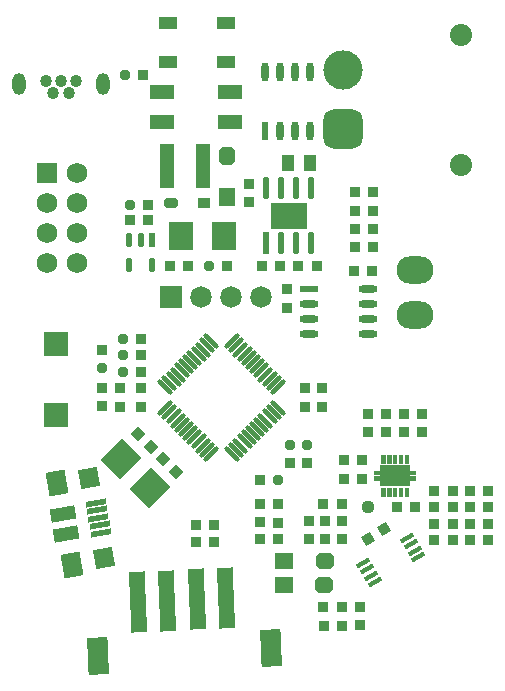
<source format=gts>
G04*
G04 #@! TF.GenerationSoftware,Altium Limited,Altium Designer,22.0.2 (36)*
G04*
G04 Layer_Color=8388736*
%FSLAX25Y25*%
%MOIN*%
G70*
G04*
G04 #@! TF.SameCoordinates,5891F61C-6817-4B1F-B1E3-DF0E04F861FB*
G04*
G04*
G04 #@! TF.FilePolarity,Negative*
G04*
G01*
G75*
G04:AMPARAMS|DCode=27|XSize=49.38mil|YSize=20.95mil|CornerRadius=10.48mil|HoleSize=0mil|Usage=FLASHONLY|Rotation=270.000|XOffset=0mil|YOffset=0mil|HoleType=Round|Shape=RoundedRectangle|*
%AMROUNDEDRECTD27*
21,1,0.04938,0.00000,0,0,270.0*
21,1,0.02843,0.02095,0,0,270.0*
1,1,0.02095,0.00000,-0.01422*
1,1,0.02095,0.00000,0.01422*
1,1,0.02095,0.00000,0.01422*
1,1,0.02095,0.00000,-0.01422*
%
%ADD27ROUNDEDRECTD27*%
%ADD28R,0.02095X0.04938*%
%ADD36R,0.02134X0.07378*%
G04:AMPARAMS|DCode=37|XSize=73.78mil|YSize=21.34mil|CornerRadius=10.67mil|HoleSize=0mil|Usage=FLASHONLY|Rotation=90.000|XOffset=0mil|YOffset=0mil|HoleType=Round|Shape=RoundedRectangle|*
%AMROUNDEDRECTD37*
21,1,0.07378,0.00000,0,0,90.0*
21,1,0.05244,0.02134,0,0,90.0*
1,1,0.02134,0.00000,0.02622*
1,1,0.02134,0.00000,-0.02622*
1,1,0.02134,0.00000,-0.02622*
1,1,0.02134,0.00000,0.02622*
%
%ADD37ROUNDEDRECTD37*%
G04:AMPARAMS|DCode=40|XSize=48mil|YSize=15mil|CornerRadius=0mil|HoleSize=0mil|Usage=FLASHONLY|Rotation=30.000|XOffset=0mil|YOffset=0mil|HoleType=Round|Shape=Rectangle|*
%AMROTATEDRECTD40*
4,1,4,-0.01704,-0.01850,-0.02454,-0.00551,0.01704,0.01850,0.02454,0.00551,-0.01704,-0.01850,0.0*
%
%ADD40ROTATEDRECTD40*%

%ADD57R,0.06406X0.04043*%
%ADD58R,0.03500X0.03500*%
%ADD59R,0.03500X0.03500*%
%ADD60O,0.06406X0.02468*%
%ADD61R,0.06406X0.02468*%
G04:AMPARAMS|DCode=62|XSize=14.84mil|YSize=66.02mil|CornerRadius=0mil|HoleSize=0mil|Usage=FLASHONLY|Rotation=135.000|XOffset=0mil|YOffset=0mil|HoleType=Round|Shape=Round|*
%AMOVALD62*
21,1,0.05118,0.01484,0.00000,0.00000,225.0*
1,1,0.01484,0.01810,0.01810*
1,1,0.01484,-0.01810,-0.01810*
%
%ADD62OVALD62*%

G04:AMPARAMS|DCode=63|XSize=14.84mil|YSize=66.02mil|CornerRadius=0mil|HoleSize=0mil|Usage=FLASHONLY|Rotation=45.000|XOffset=0mil|YOffset=0mil|HoleType=Round|Shape=Round|*
%AMOVALD63*
21,1,0.05118,0.01484,0.00000,0.00000,135.0*
1,1,0.01484,0.01810,-0.01810*
1,1,0.01484,-0.01810,0.01810*
%
%ADD63OVALD63*%

%ADD64R,0.04831X0.15067*%
%ADD65R,0.04437X0.03650*%
G04:AMPARAMS|DCode=66|XSize=44.37mil|YSize=36.5mil|CornerRadius=0mil|HoleSize=0mil|Usage=FLASHONLY|Rotation=180.000|XOffset=0mil|YOffset=0mil|HoleType=Round|Shape=Octagon|*
%AMOCTAGOND66*
4,1,8,-0.02219,0.00912,-0.02219,-0.00912,-0.01306,-0.01825,0.01306,-0.01825,0.02219,-0.00912,0.02219,0.00912,0.01306,0.01825,-0.01306,0.01825,-0.02219,0.00912,0.0*
%
%ADD66OCTAGOND66*%

%ADD67R,0.08000X0.09500*%
%ADD68R,0.04000X0.05500*%
%ADD69R,0.05500X0.06000*%
G04:AMPARAMS|DCode=70|XSize=60mil|YSize=55mil|CornerRadius=0mil|HoleSize=0mil|Usage=FLASHONLY|Rotation=90.000|XOffset=0mil|YOffset=0mil|HoleType=Round|Shape=Octagon|*
%AMOCTAGOND70*
4,1,8,0.01375,0.03000,-0.01375,0.03000,-0.02750,0.01625,-0.02750,-0.01625,-0.01375,-0.03000,0.01375,-0.03000,0.02750,-0.01625,0.02750,0.01625,0.01375,0.03000,0.0*
%
%ADD70OCTAGOND70*%

%ADD71R,0.12205X0.09055*%
%ADD72O,0.02468X0.06406*%
%ADD73R,0.02468X0.06406*%
G04:AMPARAMS|DCode=74|XSize=67.99mil|YSize=123.11mil|CornerRadius=0mil|HoleSize=0mil|Usage=FLASHONLY|Rotation=2.500|XOffset=0mil|YOffset=0mil|HoleType=Round|Shape=Rectangle|*
%AMROTATEDRECTD74*
4,1,4,-0.03128,-0.06298,-0.03665,0.06001,0.03128,0.06298,0.03665,-0.06001,-0.03128,-0.06298,0.0*
%
%ADD74ROTATEDRECTD74*%

G04:AMPARAMS|DCode=75|XSize=52.24mil|YSize=201.85mil|CornerRadius=0mil|HoleSize=0mil|Usage=FLASHONLY|Rotation=182.500|XOffset=0mil|YOffset=0mil|HoleType=Round|Shape=Rectangle|*
%AMROTATEDRECTD75*
4,1,4,0.02169,0.10197,0.03050,-0.09969,-0.02169,-0.10197,-0.03050,0.09969,0.02169,0.10197,0.0*
%
%ADD75ROTATEDRECTD75*%

%ADD76R,0.07980X0.04516*%
%ADD77C,0.04437*%
G04:AMPARAMS|DCode=78|XSize=44.37mil|YSize=83.74mil|CornerRadius=0mil|HoleSize=0mil|Usage=FLASHONLY|Rotation=280.000|XOffset=0mil|YOffset=0mil|HoleType=Round|Shape=Rectangle|*
%AMROTATEDRECTD78*
4,1,4,-0.04509,0.01458,0.03738,0.02912,0.04509,-0.01458,-0.03738,-0.02912,-0.04509,0.01458,0.0*
%
%ADD78ROTATEDRECTD78*%

%ADD79P,0.09059X4X55.0*%
G04:AMPARAMS|DCode=80|XSize=64.06mil|YSize=79.8mil|CornerRadius=0mil|HoleSize=0mil|Usage=FLASHONLY|Rotation=10.000|XOffset=0mil|YOffset=0mil|HoleType=Round|Shape=Rectangle|*
%AMROTATEDRECTD80*
4,1,4,-0.02461,-0.04486,-0.03847,0.03373,0.02461,0.04486,0.03847,-0.03373,-0.02461,-0.04486,0.0*
%
%ADD80ROTATEDRECTD80*%

G04:AMPARAMS|DCode=81|XSize=18.78mil|YSize=67.99mil|CornerRadius=0mil|HoleSize=0mil|Usage=FLASHONLY|Rotation=100.000|XOffset=0mil|YOffset=0mil|HoleType=Round|Shape=Rectangle|*
%AMROTATEDRECTD81*
4,1,4,0.03511,-0.00334,-0.03185,-0.01515,-0.03511,0.00334,0.03185,0.01515,0.03511,-0.00334,0.0*
%
%ADD81ROTATEDRECTD81*%

%ADD82P,0.03788X8X112.5*%
%ADD83P,0.04950X4X360.0*%
%ADD84P,0.03788X8X22.5*%
%ADD85R,0.08374X0.08374*%
G04:AMPARAMS|DCode=86|XSize=99.49mil|YSize=91.61mil|CornerRadius=0mil|HoleSize=0mil|Usage=FLASHONLY|Rotation=225.000|XOffset=0mil|YOffset=0mil|HoleType=Round|Shape=Rectangle|*
%AMROTATEDRECTD86*
4,1,4,0.00278,0.06757,0.06757,0.00278,-0.00278,-0.06757,-0.06757,-0.00278,0.00278,0.06757,0.0*
%
%ADD86ROTATEDRECTD86*%

%ADD87R,0.06000X0.05500*%
G04:AMPARAMS|DCode=88|XSize=60mil|YSize=55mil|CornerRadius=0mil|HoleSize=0mil|Usage=FLASHONLY|Rotation=0.000|XOffset=0mil|YOffset=0mil|HoleType=Round|Shape=Octagon|*
%AMOCTAGOND88*
4,1,8,0.03000,-0.01375,0.03000,0.01375,0.01625,0.02750,-0.01625,0.02750,-0.03000,0.01375,-0.03000,-0.01375,-0.01625,-0.02750,0.01625,-0.02750,0.03000,-0.01375,0.0*
%
%ADD88OCTAGOND88*%

%ADD89P,0.04950X4X75.0*%
%ADD90O,0.12311X0.09161*%
%ADD91C,0.06799*%
%ADD92R,0.06799X0.06799*%
%ADD93R,0.07193X0.07193*%
%ADD94C,0.07193*%
G04:AMPARAMS|DCode=95|XSize=130.98mil|YSize=130.98mil|CornerRadius=34mil|HoleSize=0mil|Usage=FLASHONLY|Rotation=270.000|XOffset=0mil|YOffset=0mil|HoleType=Round|Shape=RoundedRectangle|*
%AMROUNDEDRECTD95*
21,1,0.13098,0.06299,0,0,270.0*
21,1,0.06299,0.13098,0,0,270.0*
1,1,0.06799,-0.03150,-0.03150*
1,1,0.06799,-0.03150,0.03150*
1,1,0.06799,0.03150,0.03150*
1,1,0.06799,0.03150,-0.03150*
%
%ADD95ROUNDEDRECTD95*%
%ADD96C,0.13098*%
%ADD97C,0.07390*%
%ADD98C,0.00500*%
%ADD99O,0.04437X0.07193*%
%ADD100C,0.04043*%
G36*
X350354Y290965D02*
X348858D01*
Y293878D01*
X350354D01*
Y290965D01*
D02*
G37*
G36*
X348386D02*
X346890D01*
Y293878D01*
X348386D01*
Y290965D01*
D02*
G37*
G36*
X346417D02*
X344921D01*
Y293878D01*
X346417D01*
Y290965D01*
D02*
G37*
G36*
X344449D02*
X342953D01*
Y293878D01*
X344449D01*
Y290965D01*
D02*
G37*
G36*
X342480D02*
X340984D01*
Y293878D01*
X342480D01*
Y290965D01*
D02*
G37*
G36*
X350669Y288661D02*
X352638D01*
Y287126D01*
X350669D01*
Y286693D01*
X352638D01*
Y285157D01*
X350669D01*
Y283386D01*
X340669D01*
Y285157D01*
X338701D01*
Y286693D01*
X340669D01*
Y287126D01*
X338701D01*
Y288661D01*
X340669D01*
Y290433D01*
X350669D01*
Y288661D01*
D02*
G37*
G36*
X350354Y279941D02*
X348858D01*
Y282854D01*
X350354D01*
Y279941D01*
D02*
G37*
G36*
X348386D02*
X346890D01*
Y282854D01*
X348386D01*
Y279941D01*
D02*
G37*
G36*
X346417D02*
X344921D01*
Y282854D01*
X346417D01*
Y279941D01*
D02*
G37*
G36*
X344449D02*
X342953D01*
Y282854D01*
X344449D01*
Y279941D01*
D02*
G37*
G36*
X342480D02*
X340984D01*
Y282854D01*
X342480D01*
Y279941D01*
D02*
G37*
D27*
X264567Y357084D02*
D03*
X257087D02*
D03*
Y365354D02*
D03*
X260827D02*
D03*
D28*
X264567D02*
D03*
D36*
X302736Y364504D02*
D03*
D37*
X307736D02*
D03*
X312736D02*
D03*
X317736D02*
D03*
Y382740D02*
D03*
X312736D02*
D03*
X307736D02*
D03*
X302736D02*
D03*
D40*
X335110Y257997D02*
D03*
X336390Y255781D02*
D03*
X337669Y253565D02*
D03*
X338949Y251349D02*
D03*
X353412Y259699D02*
D03*
X352132Y261915D02*
D03*
X350853Y264131D02*
D03*
X349573Y266347D02*
D03*
D57*
X289173Y425000D02*
D03*
Y437992D02*
D03*
X269881D02*
D03*
Y425000D02*
D03*
D58*
X333858Y243216D02*
D03*
Y237098D02*
D03*
X354593Y307594D02*
D03*
Y301476D02*
D03*
X348556Y307594D02*
D03*
Y301476D02*
D03*
X342520Y307594D02*
D03*
Y301476D02*
D03*
X336483Y307594D02*
D03*
Y301476D02*
D03*
X338189Y381405D02*
D03*
Y375287D02*
D03*
X332283D02*
D03*
Y381405D02*
D03*
X338189Y363083D02*
D03*
Y369201D02*
D03*
X332283D02*
D03*
Y363083D02*
D03*
X309449Y343004D02*
D03*
Y349122D02*
D03*
X296850Y378134D02*
D03*
Y384252D02*
D03*
X306716Y271260D02*
D03*
Y277378D02*
D03*
X300552Y277469D02*
D03*
Y271351D02*
D03*
X316142Y291126D02*
D03*
X310630D02*
D03*
X253937Y316051D02*
D03*
X260887D02*
D03*
X321260D02*
D03*
X315748D02*
D03*
X253937Y309933D02*
D03*
X260887D02*
D03*
X321260D02*
D03*
X315748D02*
D03*
X248031Y328953D02*
D03*
Y310024D02*
D03*
Y316142D02*
D03*
X328740Y292028D02*
D03*
Y285909D02*
D03*
X334646Y292028D02*
D03*
Y285909D02*
D03*
X322441Y265748D02*
D03*
Y271866D02*
D03*
X327953D02*
D03*
Y265748D02*
D03*
X316929Y271866D02*
D03*
Y265748D02*
D03*
D59*
X327862Y243307D02*
D03*
X321744D02*
D03*
X327953Y237008D02*
D03*
X321835D02*
D03*
X307390Y356693D02*
D03*
X301272D02*
D03*
X313386D02*
D03*
X319504D02*
D03*
X331980Y355118D02*
D03*
X338098D02*
D03*
X276681Y356693D02*
D03*
X270563D02*
D03*
X257199Y372047D02*
D03*
X263317D02*
D03*
X300575Y265749D02*
D03*
X306693D02*
D03*
X279224Y270472D02*
D03*
X285343D02*
D03*
X279224Y264961D02*
D03*
X285343D02*
D03*
X327862Y277559D02*
D03*
X321744D02*
D03*
X260933Y321653D02*
D03*
Y327165D02*
D03*
Y332677D02*
D03*
X289673Y356693D02*
D03*
X263386Y377165D02*
D03*
X261721Y420473D02*
D03*
X358752Y270866D02*
D03*
X364870D02*
D03*
X358752Y276378D02*
D03*
X364870D02*
D03*
Y265354D02*
D03*
X358752D02*
D03*
X358752Y281890D02*
D03*
X364870D02*
D03*
X370563Y265354D02*
D03*
X376681D02*
D03*
X370563Y276378D02*
D03*
X376681D02*
D03*
X370563Y270866D02*
D03*
X376681D02*
D03*
Y281890D02*
D03*
X370563D02*
D03*
X352272Y276378D02*
D03*
X346153D02*
D03*
X300484Y285433D02*
D03*
D60*
X336614Y334232D02*
D03*
Y339232D02*
D03*
Y344232D02*
D03*
Y349232D02*
D03*
X316929Y334232D02*
D03*
Y339232D02*
D03*
Y344232D02*
D03*
D61*
Y349232D02*
D03*
D62*
X269005Y309513D02*
D03*
X270397Y308121D02*
D03*
X271789Y306730D02*
D03*
X273181Y305338D02*
D03*
X274573Y303946D02*
D03*
X275965Y302554D02*
D03*
X277357Y301162D02*
D03*
X278749Y299770D02*
D03*
X280141Y298378D02*
D03*
X281533Y296986D02*
D03*
X282925Y295594D02*
D03*
X284316Y294202D02*
D03*
X306585Y316471D02*
D03*
X305193Y317863D02*
D03*
X303801Y319255D02*
D03*
X302410Y320647D02*
D03*
X301018Y322039D02*
D03*
X299626Y323431D02*
D03*
X298234Y324822D02*
D03*
X296842Y326214D02*
D03*
X295450Y327606D02*
D03*
X294058Y328998D02*
D03*
X292666Y330390D02*
D03*
X291274Y331782D02*
D03*
D63*
Y294202D02*
D03*
X292666Y295594D02*
D03*
X294058Y296986D02*
D03*
X295450Y298378D02*
D03*
X296842Y299770D02*
D03*
X298234Y301162D02*
D03*
X299626Y302554D02*
D03*
X301018Y303946D02*
D03*
X302410Y305338D02*
D03*
X303801Y306730D02*
D03*
X305193Y308121D02*
D03*
X306585Y309513D02*
D03*
X284316Y331782D02*
D03*
X282925Y330390D02*
D03*
X281533Y328998D02*
D03*
X280141Y327606D02*
D03*
X278749Y326215D02*
D03*
X277357Y324822D02*
D03*
X275965Y323431D02*
D03*
X274573Y322039D02*
D03*
X273181Y320647D02*
D03*
X271789Y319255D02*
D03*
X270397Y317863D02*
D03*
X269005Y316471D02*
D03*
D64*
X269685Y390158D02*
D03*
X281496D02*
D03*
D65*
X281890Y377953D02*
D03*
D66*
X270866D02*
D03*
D67*
X274409Y366929D02*
D03*
X288582D02*
D03*
D68*
X309842Y391339D02*
D03*
X317323D02*
D03*
D69*
X289764Y379921D02*
D03*
D70*
Y393421D02*
D03*
D71*
X310236Y373622D02*
D03*
D72*
X317342Y421654D02*
D03*
X312343D02*
D03*
X307343D02*
D03*
X302343D02*
D03*
X317342Y401968D02*
D03*
X312343D02*
D03*
X307343D02*
D03*
D73*
X302343D02*
D03*
D74*
X246533Y226965D02*
D03*
X304163Y229482D02*
D03*
D75*
X279509Y245741D02*
D03*
X289342Y246170D02*
D03*
X269676Y245311D02*
D03*
X259842Y244882D02*
D03*
D76*
X268110Y404961D02*
D03*
X290551D02*
D03*
X268110Y414961D02*
D03*
X290551D02*
D03*
D77*
X336614Y276378D02*
D03*
D78*
X236081Y267426D02*
D03*
X234865Y274320D02*
D03*
D79*
X248472Y259357D02*
D03*
X243749Y286141D02*
D03*
D80*
X237864Y257079D02*
D03*
X233002Y284653D02*
D03*
D81*
X247644Y267841D02*
D03*
X245873Y277886D02*
D03*
X246316Y275374D02*
D03*
X246758Y272863D02*
D03*
X247201Y270352D02*
D03*
D82*
X316142Y297244D02*
D03*
X310630D02*
D03*
X248031Y322835D02*
D03*
D83*
X259945Y300804D02*
D03*
X272623Y288126D02*
D03*
X268297Y292452D02*
D03*
X264271Y296478D02*
D03*
D84*
X306602Y285433D02*
D03*
X254815Y321653D02*
D03*
Y327165D02*
D03*
Y332677D02*
D03*
X283555Y356693D02*
D03*
X257268Y377165D02*
D03*
X255603Y420473D02*
D03*
D85*
X232677Y330709D02*
D03*
Y307087D02*
D03*
D86*
X263982Y282848D02*
D03*
X254238Y292591D02*
D03*
D87*
X308661Y258661D02*
D03*
X308547Y250394D02*
D03*
D88*
X322161Y258661D02*
D03*
X322047Y250394D02*
D03*
D89*
X342011Y269028D02*
D03*
X336713Y265969D02*
D03*
D90*
X352362Y340512D02*
D03*
Y355512D02*
D03*
D91*
X229764Y367717D02*
D03*
X239764D02*
D03*
X229764Y377716D02*
D03*
X239764D02*
D03*
Y387717D02*
D03*
X229764Y357716D02*
D03*
X239764D02*
D03*
D92*
X229764Y387717D02*
D03*
D93*
X270945Y346457D02*
D03*
D94*
X280945D02*
D03*
X290945D02*
D03*
X300945D02*
D03*
D95*
X328346Y402362D02*
D03*
D96*
Y422047D02*
D03*
D97*
X367717Y390551D02*
D03*
Y433858D02*
D03*
D98*
X245696Y264680D02*
D03*
X242962Y280189D02*
D03*
D99*
X248327Y417638D02*
D03*
X220177D02*
D03*
D100*
X239370Y418504D02*
D03*
X229134D02*
D03*
X231693Y414567D02*
D03*
X236811D02*
D03*
X234252Y418504D02*
D03*
M02*

</source>
